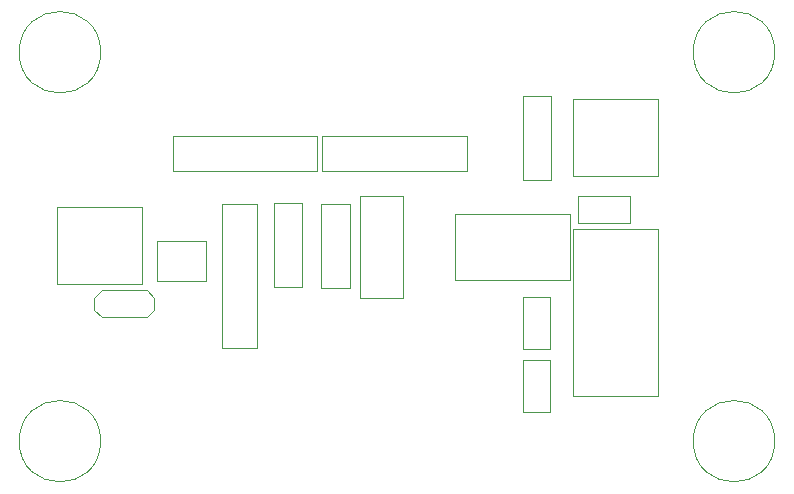
<source format=gbr>
%TF.GenerationSoftware,KiCad,Pcbnew,9.0.1+1*%
%TF.CreationDate,2025-12-31T20:00:15+00:00*%
%TF.ProjectId,WALKIN_PIR_IF,57414c4b-494e-45f5-9049-525f49462e6b,A*%
%TF.SameCoordinates,Original*%
%TF.FileFunction,Other,User*%
%FSLAX46Y46*%
G04 Gerber Fmt 4.6, Leading zero omitted, Abs format (unit mm)*
G04 Created by KiCad (PCBNEW 9.0.1+1) date 2025-12-31 20:00:15*
%MOMM*%
%LPD*%
G01*
G04 APERTURE LIST*
%ADD10C,0.050000*%
G04 APERTURE END LIST*
D10*
%TO.C,J2*%
X169867500Y-95911101D02*
X169867500Y-110071101D01*
X169867500Y-110071101D02*
X177067500Y-110071101D01*
X177067500Y-95911101D02*
X169867500Y-95911101D01*
X177067500Y-110071101D02*
X177067500Y-95911101D01*
%TO.C,C1*%
X144570000Y-93731101D02*
X144570000Y-100831101D01*
X144570000Y-100831101D02*
X146970000Y-100831101D01*
X146970000Y-93731101D02*
X144570000Y-93731101D01*
X146970000Y-100831101D02*
X146970000Y-93731101D01*
%TO.C,C2*%
X148590000Y-93831101D02*
X148590000Y-100931101D01*
X148590000Y-100931101D02*
X150990000Y-100931101D01*
X150990000Y-93831101D02*
X148590000Y-93831101D01*
X150990000Y-100931101D02*
X150990000Y-93831101D01*
%TO.C,U1*%
X159910000Y-94626101D02*
X169640000Y-94626101D01*
X169640000Y-100216101D01*
X159910000Y-100216101D01*
X159910000Y-94626101D01*
%TO.C,Q1*%
X134682500Y-96931101D02*
X134682500Y-100331101D01*
X134682500Y-100331101D02*
X138782500Y-100331101D01*
X138782500Y-96931101D02*
X134682500Y-96931101D01*
X138782500Y-100331101D02*
X138782500Y-96931101D01*
%TO.C,D3*%
X165640000Y-107031101D02*
X167940000Y-107031101D01*
X165640000Y-111431101D02*
X165640000Y-107031101D01*
X165640000Y-111431101D02*
X167940000Y-111431101D01*
X167940000Y-107031101D02*
X167940000Y-111431101D01*
%TO.C,R2*%
X148640000Y-88051101D02*
X148640000Y-91051101D01*
X148640000Y-91051101D02*
X160900000Y-91051101D01*
X160900000Y-88051101D02*
X148640000Y-88051101D01*
X160900000Y-91051101D02*
X160900000Y-88051101D01*
%TO.C,J1*%
X126230000Y-94061101D02*
X126230000Y-100601101D01*
X126230000Y-100601101D02*
X133430000Y-100601101D01*
X133430000Y-94061101D02*
X126230000Y-94061101D01*
X133430000Y-100601101D02*
X133430000Y-94061101D01*
%TO.C,JP1*%
X129350000Y-101741101D02*
X129350000Y-102741101D01*
X129350000Y-102741101D02*
X130000000Y-103391101D01*
X130000000Y-101091101D02*
X129350000Y-101741101D01*
X130000000Y-103391101D02*
X133800000Y-103391101D01*
X133800000Y-101091101D02*
X130000000Y-101091101D01*
X133800000Y-103391101D02*
X134450000Y-102741101D01*
X134450000Y-101741101D02*
X133800000Y-101091101D01*
X134450000Y-102741101D02*
X134450000Y-101741101D01*
%TO.C,D1*%
X165640000Y-101694851D02*
X167940000Y-101694851D01*
X165640000Y-106094851D02*
X165640000Y-101694851D01*
X165640000Y-106094851D02*
X167940000Y-106094851D01*
X167940000Y-101694851D02*
X167940000Y-106094851D01*
%TO.C,C3*%
X165640000Y-84671101D02*
X165640000Y-91771101D01*
X165640000Y-91771101D02*
X168040000Y-91771101D01*
X168040000Y-84671101D02*
X165640000Y-84671101D01*
X168040000Y-91771101D02*
X168040000Y-84671101D01*
%TO.C,H1*%
X186975535Y-113885568D02*
G75*
G02*
X180075535Y-113885568I-3450000J0D01*
G01*
X180075535Y-113885568D02*
G75*
G02*
X186975535Y-113885568I3450000J0D01*
G01*
%TO.C,H3*%
X186975535Y-80956635D02*
G75*
G02*
X180075535Y-80956635I-3450000J0D01*
G01*
X180075535Y-80956635D02*
G75*
G02*
X186975535Y-80956635I3450000J0D01*
G01*
%TO.C,R1*%
X140170000Y-93771101D02*
X140170000Y-106031101D01*
X140170000Y-106031101D02*
X143170000Y-106031101D01*
X143170000Y-93771101D02*
X140170000Y-93771101D01*
X143170000Y-106031101D02*
X143170000Y-93771101D01*
%TO.C,J3*%
X169867500Y-84911101D02*
X169867500Y-91451101D01*
X169867500Y-91451101D02*
X177067500Y-91451101D01*
X177067500Y-84911101D02*
X169867500Y-84911101D01*
X177067500Y-91451101D02*
X177067500Y-84911101D01*
%TO.C,H4*%
X129905534Y-80956635D02*
G75*
G02*
X123005534Y-80956635I-3450000J0D01*
G01*
X123005534Y-80956635D02*
G75*
G02*
X129905534Y-80956635I3450000J0D01*
G01*
%TO.C,H2*%
X129905534Y-113885568D02*
G75*
G02*
X123005534Y-113885568I-3450000J0D01*
G01*
X123005534Y-113885568D02*
G75*
G02*
X129905534Y-113885568I3450000J0D01*
G01*
%TO.C,S1*%
X151900000Y-93096101D02*
X151900000Y-101746101D01*
X151900000Y-101746101D02*
X155500000Y-101746101D01*
X155500000Y-93096101D02*
X151900000Y-93096101D01*
X155500000Y-101746101D02*
X155500000Y-93096101D01*
%TO.C,D2*%
X170277500Y-93091101D02*
X174677500Y-93091101D01*
X170277500Y-95391101D02*
X170277500Y-93091101D01*
X174677500Y-95391101D02*
X170277500Y-95391101D01*
X174677500Y-95391101D02*
X174677500Y-93091101D01*
%TO.C,R3*%
X136000000Y-88051101D02*
X136000000Y-91051101D01*
X136000000Y-91051101D02*
X148260000Y-91051101D01*
X148260000Y-88051101D02*
X136000000Y-88051101D01*
X148260000Y-91051101D02*
X148260000Y-88051101D01*
%TD*%
M02*

</source>
